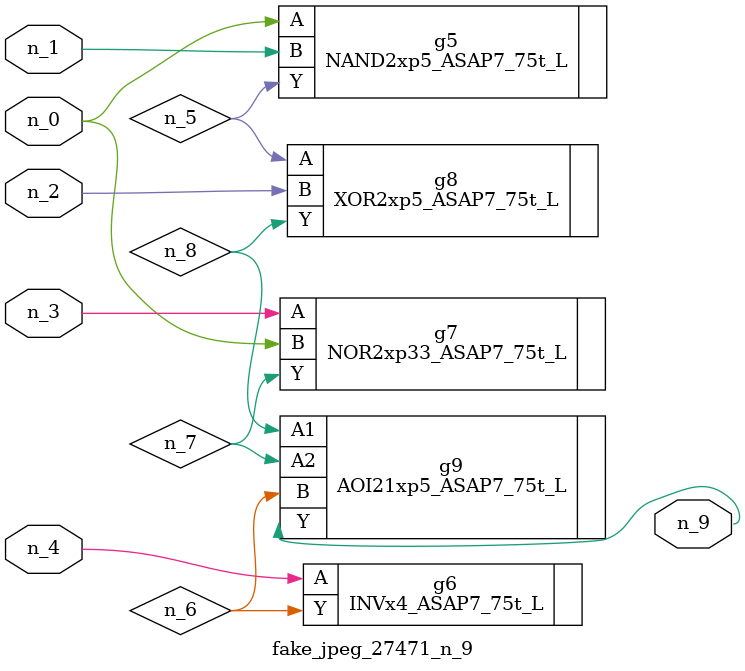
<source format=v>
module fake_jpeg_27471_n_9 (n_3, n_2, n_1, n_0, n_4, n_9);

input n_3;
input n_2;
input n_1;
input n_0;
input n_4;

output n_9;

wire n_8;
wire n_6;
wire n_5;
wire n_7;

NAND2xp5_ASAP7_75t_L g5 ( 
.A(n_0),
.B(n_1),
.Y(n_5)
);

INVx4_ASAP7_75t_L g6 ( 
.A(n_4),
.Y(n_6)
);

NOR2xp33_ASAP7_75t_L g7 ( 
.A(n_3),
.B(n_0),
.Y(n_7)
);

XOR2xp5_ASAP7_75t_L g8 ( 
.A(n_5),
.B(n_2),
.Y(n_8)
);

AOI21xp5_ASAP7_75t_L g9 ( 
.A1(n_8),
.A2(n_7),
.B(n_6),
.Y(n_9)
);


endmodule
</source>
